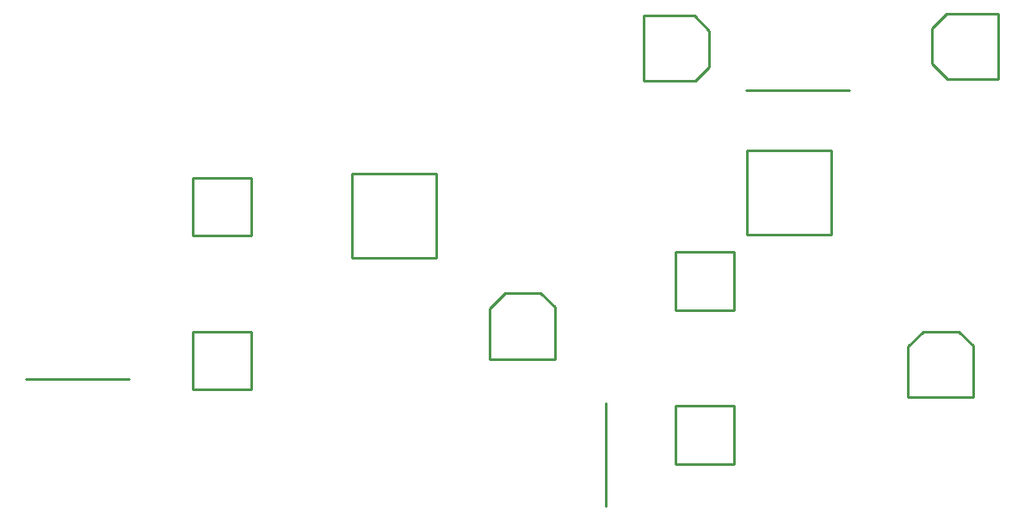
<source format=gbr>
%TF.GenerationSoftware,Altium Limited,Altium Designer,19.1.8 (144)*%
G04 Layer_Color=32768*
%FSLAX26Y26*%
%MOIN*%
%TF.FileFunction,Other,Mechanical_3*%
%TF.Part,Single*%
G01*
G75*
%TA.AperFunction,NonConductor*%
%ADD22C,0.010000*%
D22*
X2057953Y601654D02*
Y798504D01*
Y601654D02*
X2309921D01*
X2254803Y857559D02*
X2309921Y802441D01*
Y601654D02*
Y802441D01*
X2057953Y798504D02*
X2117008Y857559D01*
X2254803D01*
X2652441Y1932047D02*
X2849291D01*
X2652441Y1680079D02*
Y1932047D01*
X2853228Y1680079D02*
X2908346Y1735197D01*
X2652441Y1680079D02*
X2853228D01*
X2849291Y1932047D02*
X2908346Y1872992D01*
Y1735197D02*
Y1872992D01*
X3677953Y452441D02*
Y649291D01*
Y452441D02*
X3929921D01*
X3874803Y708346D02*
X3929921Y653228D01*
Y452441D02*
Y653228D01*
X3677953Y649291D02*
X3737008Y708346D01*
X3874803D01*
X3830709Y1687953D02*
X4027559D01*
Y1939921D01*
X3771654Y1884803D02*
X3826772Y1939921D01*
X3826772D02*
X4027559D01*
X3771654Y1747008D02*
X3830709Y1687953D01*
X3771654Y1747008D02*
Y1884803D01*
X2778189Y194272D02*
X3004961D01*
Y419272D01*
X2776614Y196535D02*
Y417697D01*
X2778189Y419272D01*
X3004961D01*
X2777402Y1016221D02*
X3004173D01*
X2775827Y793484D02*
Y1014646D01*
X3004173Y791221D02*
Y1016221D01*
X2777402Y791221D02*
X3004173D01*
X908071Y481988D02*
X1134842D01*
Y706988D01*
X906496Y484252D02*
Y705413D01*
X908071Y706988D01*
X1134842D01*
X907283Y1303937D02*
X1134055D01*
X905709Y1081201D02*
Y1302362D01*
X1134055Y1078937D02*
Y1303937D01*
X907283Y1078937D02*
X1134055D01*
X2506535Y30000D02*
Y430000D01*
X260000Y523465D02*
X660000D01*
X3050000Y1643465D02*
X3450000D01*
X1524409Y992835D02*
Y1319606D01*
Y992835D02*
X1851181D01*
Y1319606D01*
X1524409D02*
X1851181D01*
X3054409Y1082835D02*
Y1409606D01*
Y1082835D02*
X3381181D01*
Y1409606D01*
X3054409D02*
X3381181D01*
%TF.MD5,0676a251d46348d4dc2971b12c171b8a*%
M02*

</source>
